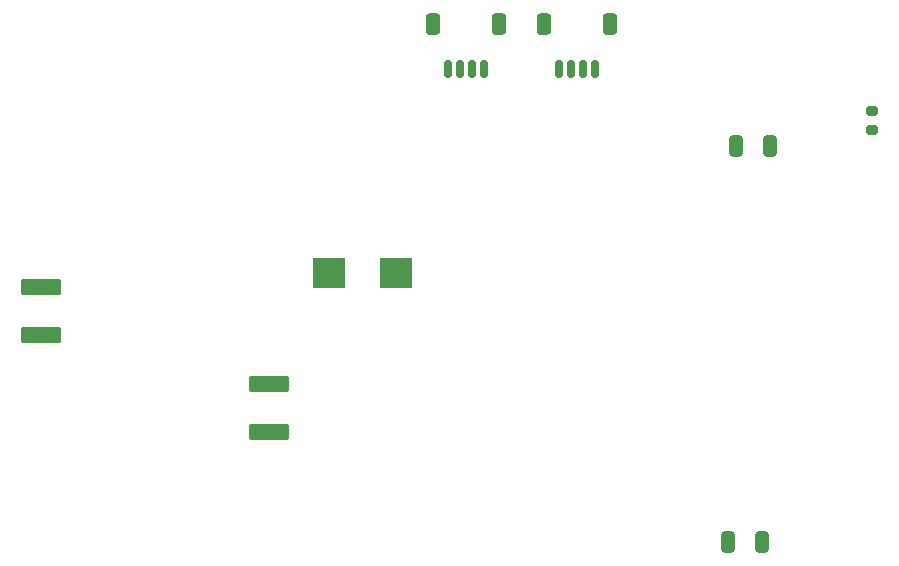
<source format=gbr>
%TF.GenerationSoftware,KiCad,Pcbnew,7.0.7*%
%TF.CreationDate,2024-04-17T16:30:55-07:00*%
%TF.ProjectId,power_board_12V,706f7765-725f-4626-9f61-72645f313256,rev?*%
%TF.SameCoordinates,Original*%
%TF.FileFunction,Paste,Top*%
%TF.FilePolarity,Positive*%
%FSLAX46Y46*%
G04 Gerber Fmt 4.6, Leading zero omitted, Abs format (unit mm)*
G04 Created by KiCad (PCBNEW 7.0.7) date 2024-04-17 16:30:55*
%MOMM*%
%LPD*%
G01*
G04 APERTURE LIST*
G04 Aperture macros list*
%AMRoundRect*
0 Rectangle with rounded corners*
0 $1 Rounding radius*
0 $2 $3 $4 $5 $6 $7 $8 $9 X,Y pos of 4 corners*
0 Add a 4 corners polygon primitive as box body*
4,1,4,$2,$3,$4,$5,$6,$7,$8,$9,$2,$3,0*
0 Add four circle primitives for the rounded corners*
1,1,$1+$1,$2,$3*
1,1,$1+$1,$4,$5*
1,1,$1+$1,$6,$7*
1,1,$1+$1,$8,$9*
0 Add four rect primitives between the rounded corners*
20,1,$1+$1,$2,$3,$4,$5,0*
20,1,$1+$1,$4,$5,$6,$7,0*
20,1,$1+$1,$6,$7,$8,$9,0*
20,1,$1+$1,$8,$9,$2,$3,0*%
G04 Aperture macros list end*
%ADD10RoundRect,0.249999X1.450001X-0.450001X1.450001X0.450001X-1.450001X0.450001X-1.450001X-0.450001X0*%
%ADD11RoundRect,0.150000X0.150000X0.625000X-0.150000X0.625000X-0.150000X-0.625000X0.150000X-0.625000X0*%
%ADD12RoundRect,0.250000X0.350000X0.650000X-0.350000X0.650000X-0.350000X-0.650000X0.350000X-0.650000X0*%
%ADD13RoundRect,0.250000X-0.325000X-0.650000X0.325000X-0.650000X0.325000X0.650000X-0.325000X0.650000X0*%
%ADD14R,2.755900X2.500000*%
%ADD15RoundRect,0.200000X0.275000X-0.200000X0.275000X0.200000X-0.275000X0.200000X-0.275000X-0.200000X0*%
G04 APERTURE END LIST*
D10*
%TO.C,C3*%
X100965000Y-87503000D03*
X100965000Y-83403000D03*
%TD*%
%TO.C,C1*%
X81661000Y-79266000D03*
X81661000Y-75166000D03*
%TD*%
D11*
%TO.C,J3*%
X128506000Y-56767000D03*
X127506000Y-56767000D03*
X126506000Y-56767000D03*
X125506000Y-56767000D03*
D12*
X129806000Y-52892000D03*
X124206000Y-52892000D03*
%TD*%
D11*
%TO.C,J2*%
X119096000Y-56767000D03*
X118096000Y-56767000D03*
X117096000Y-56767000D03*
X116096000Y-56767000D03*
D12*
X120396000Y-52892000D03*
X114796000Y-52892000D03*
%TD*%
D13*
%TO.C,C5*%
X140433000Y-63246000D03*
X143383000Y-63246000D03*
%TD*%
%TO.C,C6*%
X139749000Y-96774000D03*
X142699000Y-96774000D03*
%TD*%
D14*
%TO.C,L2*%
X105962450Y-74041000D03*
X111715550Y-74041000D03*
%TD*%
D15*
%TO.C,R4*%
X151956000Y-61912000D03*
X151956000Y-60262000D03*
%TD*%
M02*

</source>
